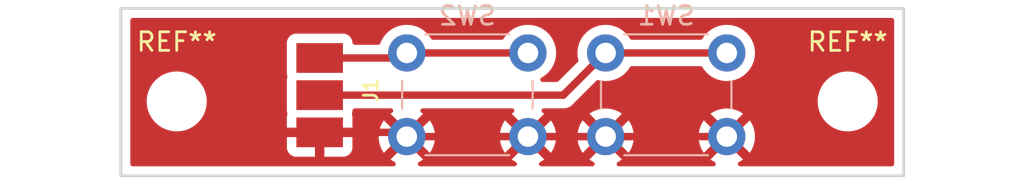
<source format=kicad_pcb>
(kicad_pcb (version 20211014) (generator pcbnew)
  (layers (0 "F.Cu" signal) (31 "B.Cu" signal) (34 "B.Paste" user) (35 "F.Paste" user) (36 "B.SilkS" user "B.Silkscreen") (37 "F.SilkS" user "F.Silkscreen") (38 "B.Mask" user) (39 "F.Mask" user) (44 "Edge.Cuts" user))
  (net 0 "")
  (net 1 "GND")
  (net 2 "/SEL")
  (net 3 "/INC")
  (footprint "Matt:SMD_Pad_1x03_2mm" (layer "F.Cu") (at 137.668 105.664 90)
    (fp_text reference "J1" (at 2.25 2.75 90) (layer "F.SilkS") (effects (font (size 0.75 0.75))))
    (fp_text value "Conn_01x03_Female")
    (pad "1" smd rect (at 0 0 90) (size 1.6 2.5) (layers "F.Cu" "F.Paste" "F.Mask") (net 1 "GND"))
    (pad "2" smd rect (at 2 0 90) (size 1.6 2.5) (layers "F.Cu" "F.Paste" "F.Mask") (net 2 "/SEL"))
    (pad "3" smd rect (at 4 0 90) (size 1.6 2.5) (layers "F.Cu" "F.Paste" "F.Mask") (net 3 "/INC"))
  )
  (footprint "MountingHole:MountingHole_2.2mm_M2" (layer "F.Cu") (at 130 104)
    (fp_text reference "REF**" (at 0 -3.2) (layer "F.SilkS"))
    (fp_text value "MountingHole_2.2mm_M2")
    (pad "" np_thru_hole circle (at 0 0) (size 2.2 2.2) (drill 2.2) (layers *.Cu *.Mask))
  )
  (footprint "MountingHole:MountingHole_2.2mm_M2" (layer "F.Cu") (at 166 104)
    (fp_text reference "REF**" (at 0 -3.2) (layer "F.SilkS"))
    (fp_text value "MountingHole_2.2mm_M2")
    (pad "" np_thru_hole circle (at 0 0) (size 2.2 2.2) (drill 2.2) (layers *.Cu *.Mask))
  )
  (footprint "Button_Switch_THT:SW_PUSH_6mm_H4.3mm" (layer "B.Cu") (at 148.844 101.393 180)
    (fp_text reference "SW2" (at 3.25 2) (layer "B.SilkS") (effects (justify mirror)))
    (fp_text value "SW_Push")
    (fp_line (start 6.75 -3) (end 6.75 -1.5) (layer "B.SilkS") (width 0.12))
    (fp_line (start 5.5 1) (end 1 1) (layer "B.SilkS") (width 0.12))
    (fp_line (start 1 -5.5) (end 5.5 -5.5) (layer "B.SilkS") (width 0.12))
    (fp_line (start -0.25 -1.5) (end -0.25 -3) (layer "B.SilkS") (width 0.12))
    (pad "1" thru_hole circle (at 0 0 90) (size 2 2) (drill 1.1) (layers *.Cu *.Mask) (net 3 "/INC"))
    (pad "1" thru_hole circle (at 6.5 0 90) (size 2 2) (drill 1.1) (layers *.Cu *.Mask) (net 3 "/INC"))
    (pad "2" thru_hole circle (at 6.5 -4.5 90) (size 2 2) (drill 1.1) (layers *.Cu *.Mask) (net 1 "GND"))
    (pad "2" thru_hole circle (at 0 -4.5 90) (size 2 2) (drill 1.1) (layers *.Cu *.Mask) (net 1 "GND"))
  )
  (footprint "Button_Switch_THT:SW_PUSH_6mm_H4.3mm" (layer "B.Cu") (at 159.512 101.393 180)
    (fp_text reference "SW1" (at 3.25 2) (layer "B.SilkS") (effects (justify mirror)))
    (fp_text value "SW_Push")
    (fp_line (start -0.25 -1.5) (end -0.25 -3) (layer "B.SilkS") (width 0.12))
    (fp_line (start 6.75 -3) (end 6.75 -1.5) (layer "B.SilkS") (width 0.12))
    (fp_line (start 5.5 1) (end 1 1) (layer "B.SilkS") (width 0.12))
    (fp_line (start 1 -5.5) (end 5.5 -5.5) (layer "B.SilkS") (width 0.12))
    (pad "1" thru_hole circle (at 6.5 0 90) (size 2 2) (drill 1.1) (layers *.Cu *.Mask) (net 2 "/SEL"))
    (pad "1" thru_hole circle (at 0 0 90) (size 2 2) (drill 1.1) (layers *.Cu *.Mask) (net 2 "/SEL"))
    (pad "2" thru_hole circle (at 0 -4.5 90) (size 2 2) (drill 1.1) (layers *.Cu *.Mask) (net 1 "GND"))
    (pad "2" thru_hole circle (at 6.5 -4.5 90) (size 2 2) (drill 1.1) (layers *.Cu *.Mask) (net 1 "GND"))
  )
  (gr_line (start 127 108) (end 169 108) (layer "Edge.Cuts") (width 0.15))
  (gr_line (start 127 99) (end 127 108) (layer "Edge.Cuts") (width 0.15))
  (gr_line (start 169 99) (end 127 99) (layer "Edge.Cuts") (width 0.15))
  (gr_line (start 169 108) (end 169 99) (layer "Edge.Cuts") (width 0.15))
  (segment (start 153.005 105.893) (end 159.505 105.893) (width 0.4) (layer "F.Cu") (net 1))
  (segment (start 137.668 105.664) (end 142.226 105.664) (width 0.4) (layer "F.Cu") (net 1))
  (segment (start 148.955 105.893) (end 153.005 105.893) (width 0.4) (layer "F.Cu") (net 1))
  (segment (start 142.455 105.893) (end 148.955 105.893) (width 0.4) (layer "F.Cu") (net 1))
  (segment (start 142.226 105.664) (end 142.455 105.893) (width 0.4) (layer "F.Cu") (net 1))
  (segment (start 153.005 101.393) (end 159.505 101.393) (width 0.4) (layer "F.Cu") (net 2))
  (segment (start 150.734 103.664) (end 153.005 101.393) (width 0.4) (layer "F.Cu") (net 2))
  (segment (start 137.668 103.664) (end 150.734 103.664) (width 0.4) (layer "F.Cu") (net 2))
  (segment (start 142.184 101.664) (end 142.455 101.393) (width 0.4) (layer "F.Cu") (net 3))
  (segment (start 142.455 101.393) (end 148.955 101.393) (width 0.4) (layer "F.Cu") (net 3))
  (segment (start 137.668 101.664) (end 142.184 101.664) (width 0.4) (layer "F.Cu") (net 3))
  (zone (net 1) (net_name "GND") (layer "F.Cu") (connect_pads (clearance 0.508)) (min_thickness 0.254) (fill yes (thermal_gap 0.508) (thermal_bridge_width 0.508))
    (polygon (pts (xy 169 108) (xy 127 108) (xy 127 99) (xy 169 99)))
  )
)
</source>
